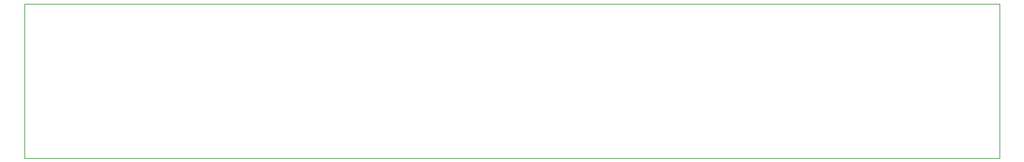
<source format=gko>
G75*
%MOIN*%
%OFA0B0*%
%FSLAX25Y25*%
%IPPOS*%
%LPD*%
%AMOC8*
5,1,8,0,0,1.08239X$1,22.5*
%
%ADD10C,0.00000*%
D10*
X0043933Y0083933D02*
X0548933Y0083933D01*
X0548933Y0163933D01*
X0043933Y0163933D01*
X0043933Y0083933D01*
M02*

</source>
